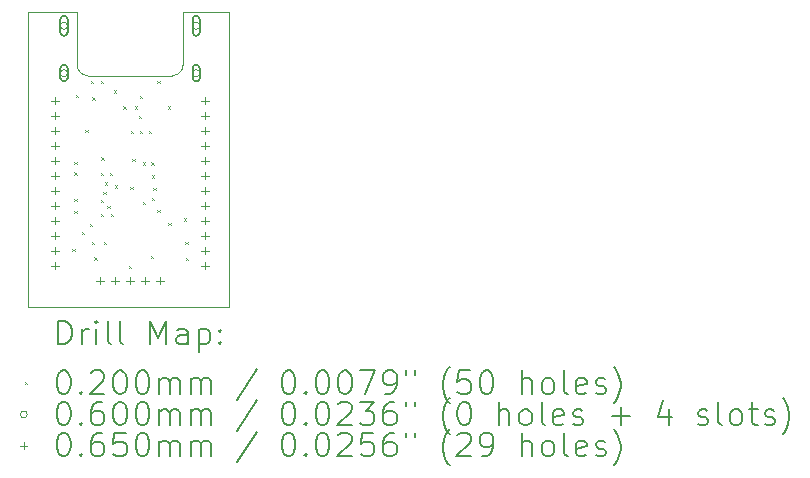
<source format=gbr>
%TF.GenerationSoftware,KiCad,Pcbnew,7.0.6*%
%TF.CreationDate,2023-08-08T22:31:44+02:00*%
%TF.ProjectId,epi_JLC,6570695f-4a4c-4432-9e6b-696361645f70,1_2_0*%
%TF.SameCoordinates,Original*%
%TF.FileFunction,Drillmap*%
%TF.FilePolarity,Positive*%
%FSLAX45Y45*%
G04 Gerber Fmt 4.5, Leading zero omitted, Abs format (unit mm)*
G04 Created by KiCad (PCBNEW 7.0.6) date 2023-08-08 22:31:44*
%MOMM*%
%LPD*%
G01*
G04 APERTURE LIST*
%ADD10C,0.100000*%
%ADD11C,0.010000*%
%ADD12C,0.200000*%
%ADD13C,0.020000*%
%ADD14C,0.060000*%
%ADD15C,0.065000*%
G04 APERTURE END LIST*
D10*
X9562322Y-5140000D02*
X9792322Y-5140000D01*
X9562322Y-7640000D02*
X9562322Y-5140000D01*
X11262322Y-7640000D02*
X9562322Y-7640000D01*
X11262322Y-5140000D02*
X11262322Y-7640000D01*
X11162322Y-5140000D02*
X11262322Y-5140000D01*
X11062322Y-5140000D02*
X11162322Y-5140000D01*
D11*
X10875442Y-5590000D02*
X10875442Y-5140000D01*
X10785442Y-5680000D02*
X10069048Y-5680000D01*
X9979050Y-5590000D02*
G75*
G03*
X10069048Y-5680000I90000J0D01*
G01*
X9979048Y-5590000D02*
X9979048Y-5140000D01*
X10875442Y-5140000D02*
X11062322Y-5140000D01*
X10785442Y-5680002D02*
G75*
G03*
X10875442Y-5590000I-2J90002D01*
G01*
X9792322Y-5140000D02*
X9979048Y-5140000D01*
D12*
D13*
X9939450Y-7145000D02*
X9959450Y-7165000D01*
X9959450Y-7145000D02*
X9939450Y-7165000D01*
X9954553Y-6499763D02*
X9974553Y-6519763D01*
X9974553Y-6499763D02*
X9954553Y-6519763D01*
X9954950Y-6825109D02*
X9974950Y-6845109D01*
X9974950Y-6825109D02*
X9954950Y-6845109D01*
X9955000Y-6724000D02*
X9975000Y-6744000D01*
X9975000Y-6724000D02*
X9955000Y-6744000D01*
X9955442Y-6411000D02*
X9975442Y-6431000D01*
X9975442Y-6411000D02*
X9955442Y-6431000D01*
X9970000Y-5845000D02*
X9990000Y-5865000D01*
X9990000Y-5845000D02*
X9970000Y-5865000D01*
X10016918Y-7002149D02*
X10036918Y-7022149D01*
X10036918Y-7002149D02*
X10016918Y-7022149D01*
X10047550Y-6140000D02*
X10067550Y-6160000D01*
X10067550Y-6140000D02*
X10047550Y-6160000D01*
X10088419Y-6933300D02*
X10108419Y-6953300D01*
X10108419Y-6933300D02*
X10088419Y-6953300D01*
X10097322Y-5724150D02*
X10117322Y-5744150D01*
X10117322Y-5724150D02*
X10097322Y-5744150D01*
X10105000Y-7090000D02*
X10125000Y-7110000D01*
X10125000Y-7090000D02*
X10105000Y-7110000D01*
X10106758Y-5865154D02*
X10126758Y-5885154D01*
X10126758Y-5865154D02*
X10106758Y-5885154D01*
X10125000Y-7220000D02*
X10145000Y-7240000D01*
X10145000Y-7220000D02*
X10125000Y-7240000D01*
X10177322Y-5724150D02*
X10197322Y-5744150D01*
X10197322Y-5724150D02*
X10177322Y-5744150D01*
X10179140Y-6731742D02*
X10199140Y-6751742D01*
X10199140Y-6731742D02*
X10179140Y-6751742D01*
X10181308Y-6848863D02*
X10201308Y-6868863D01*
X10201308Y-6848863D02*
X10181308Y-6868863D01*
X10181514Y-6501450D02*
X10201514Y-6521450D01*
X10201514Y-6501450D02*
X10181514Y-6521450D01*
X10182272Y-6371022D02*
X10202272Y-6391022D01*
X10202272Y-6371022D02*
X10182272Y-6391022D01*
X10200902Y-6662113D02*
X10220902Y-6682113D01*
X10220902Y-6662113D02*
X10200902Y-6682113D01*
X10205550Y-7090000D02*
X10225550Y-7110000D01*
X10225550Y-7090000D02*
X10205550Y-7110000D01*
X10213839Y-6583336D02*
X10233839Y-6603336D01*
X10233839Y-6583336D02*
X10213839Y-6603336D01*
X10234417Y-6783192D02*
X10254417Y-6803192D01*
X10254417Y-6783192D02*
X10234417Y-6803192D01*
X10256450Y-6501450D02*
X10276450Y-6521450D01*
X10276450Y-6501450D02*
X10256450Y-6521450D01*
X10265685Y-6852050D02*
X10285685Y-6872050D01*
X10285685Y-6852050D02*
X10265685Y-6872050D01*
X10292106Y-5805000D02*
X10312106Y-5825000D01*
X10312106Y-5805000D02*
X10292106Y-5825000D01*
X10298712Y-6608569D02*
X10318712Y-6628569D01*
X10318712Y-6608569D02*
X10298712Y-6628569D01*
X10370000Y-5941000D02*
X10390000Y-5961000D01*
X10390000Y-5941000D02*
X10370000Y-5961000D01*
X10415000Y-7288050D02*
X10435000Y-7308050D01*
X10435000Y-7288050D02*
X10415000Y-7308050D01*
X10430000Y-6620000D02*
X10450000Y-6640000D01*
X10450000Y-6620000D02*
X10430000Y-6640000D01*
X10435000Y-6145000D02*
X10455000Y-6165000D01*
X10455000Y-6145000D02*
X10435000Y-6165000D01*
X10445000Y-6385000D02*
X10465000Y-6405000D01*
X10465000Y-6385000D02*
X10445000Y-6405000D01*
X10465000Y-5941000D02*
X10485000Y-5961000D01*
X10485000Y-5941000D02*
X10465000Y-5961000D01*
X10500000Y-6020000D02*
X10520000Y-6040000D01*
X10520000Y-6020000D02*
X10500000Y-6040000D01*
X10510000Y-5850000D02*
X10530000Y-5870000D01*
X10530000Y-5850000D02*
X10510000Y-5870000D01*
X10510000Y-6145000D02*
X10530000Y-6165000D01*
X10530000Y-6145000D02*
X10510000Y-6165000D01*
X10533611Y-6415150D02*
X10553611Y-6435150D01*
X10553611Y-6415150D02*
X10533611Y-6435150D01*
X10536070Y-6748353D02*
X10556070Y-6768353D01*
X10556070Y-6748353D02*
X10536070Y-6768353D01*
X10584950Y-6145000D02*
X10604950Y-6165000D01*
X10604950Y-6145000D02*
X10584950Y-6165000D01*
X10605000Y-7205000D02*
X10625000Y-7225000D01*
X10625000Y-7205000D02*
X10605000Y-7225000D01*
X10606554Y-6414104D02*
X10626554Y-6434104D01*
X10626554Y-6414104D02*
X10606554Y-6434104D01*
X10610000Y-6525550D02*
X10630000Y-6545550D01*
X10630000Y-6525550D02*
X10610000Y-6545550D01*
X10612822Y-6713550D02*
X10632822Y-6733550D01*
X10632822Y-6713550D02*
X10612822Y-6733550D01*
X10622450Y-6632400D02*
X10642450Y-6652400D01*
X10642450Y-6632400D02*
X10622450Y-6652400D01*
X10657322Y-5724150D02*
X10677322Y-5744150D01*
X10677322Y-5724150D02*
X10657322Y-5744150D01*
X10657436Y-6815000D02*
X10677436Y-6835000D01*
X10677436Y-6815000D02*
X10657436Y-6835000D01*
X10746322Y-5941000D02*
X10766322Y-5961000D01*
X10766322Y-5941000D02*
X10746322Y-5961000D01*
X10750000Y-6925000D02*
X10770000Y-6945000D01*
X10770000Y-6925000D02*
X10750000Y-6945000D01*
X10882372Y-6890000D02*
X10902372Y-6910000D01*
X10902372Y-6890000D02*
X10882372Y-6910000D01*
X10894965Y-7090035D02*
X10914965Y-7110035D01*
X10914965Y-7090035D02*
X10894965Y-7110035D01*
X10900000Y-7225000D02*
X10920000Y-7245000D01*
X10920000Y-7225000D02*
X10900000Y-7245000D01*
D14*
X9897322Y-5259150D02*
G75*
G03*
X9897322Y-5259150I-30000J0D01*
G01*
D12*
X9837322Y-5204150D02*
X9837322Y-5314150D01*
X9837322Y-5314150D02*
G75*
G03*
X9897322Y-5314150I30000J0D01*
G01*
X9897322Y-5314150D02*
X9897322Y-5204150D01*
X9897322Y-5204150D02*
G75*
G03*
X9837322Y-5204150I-30000J0D01*
G01*
D14*
X9897322Y-5659150D02*
G75*
G03*
X9897322Y-5659150I-30000J0D01*
G01*
D12*
X9837322Y-5619150D02*
X9837322Y-5699150D01*
X9837322Y-5699150D02*
G75*
G03*
X9897322Y-5699150I30000J0D01*
G01*
X9897322Y-5699150D02*
X9897322Y-5619150D01*
X9897322Y-5619150D02*
G75*
G03*
X9837322Y-5619150I-30000J0D01*
G01*
D14*
X11017322Y-5259150D02*
G75*
G03*
X11017322Y-5259150I-30000J0D01*
G01*
D12*
X10957322Y-5204150D02*
X10957322Y-5314150D01*
X10957322Y-5314150D02*
G75*
G03*
X11017322Y-5314150I30000J0D01*
G01*
X11017322Y-5314150D02*
X11017322Y-5204150D01*
X11017322Y-5204150D02*
G75*
G03*
X10957322Y-5204150I-30000J0D01*
G01*
D14*
X11017322Y-5659150D02*
G75*
G03*
X11017322Y-5659150I-30000J0D01*
G01*
D12*
X10957322Y-5619150D02*
X10957322Y-5699150D01*
X10957322Y-5699150D02*
G75*
G03*
X11017322Y-5699150I30000J0D01*
G01*
X11017322Y-5699150D02*
X11017322Y-5619150D01*
X11017322Y-5619150D02*
G75*
G03*
X10957322Y-5619150I-30000J0D01*
G01*
D15*
X9792322Y-5859500D02*
X9792322Y-5924500D01*
X9759822Y-5892000D02*
X9824822Y-5892000D01*
X9792322Y-5986500D02*
X9792322Y-6051500D01*
X9759822Y-6019000D02*
X9824822Y-6019000D01*
X9792322Y-6113500D02*
X9792322Y-6178500D01*
X9759822Y-6146000D02*
X9824822Y-6146000D01*
X9792322Y-6240500D02*
X9792322Y-6305500D01*
X9759822Y-6273000D02*
X9824822Y-6273000D01*
X9792322Y-6367500D02*
X9792322Y-6432500D01*
X9759822Y-6400000D02*
X9824822Y-6400000D01*
X9792322Y-6494500D02*
X9792322Y-6559500D01*
X9759822Y-6527000D02*
X9824822Y-6527000D01*
X9792322Y-6621500D02*
X9792322Y-6686500D01*
X9759822Y-6654000D02*
X9824822Y-6654000D01*
X9792322Y-6748500D02*
X9792322Y-6813500D01*
X9759822Y-6781000D02*
X9824822Y-6781000D01*
X9792322Y-6875500D02*
X9792322Y-6940500D01*
X9759822Y-6908000D02*
X9824822Y-6908000D01*
X9792322Y-7002500D02*
X9792322Y-7067500D01*
X9759822Y-7035000D02*
X9824822Y-7035000D01*
X9792322Y-7129500D02*
X9792322Y-7194500D01*
X9759822Y-7162000D02*
X9824822Y-7162000D01*
X9792322Y-7256500D02*
X9792322Y-7321500D01*
X9759822Y-7289000D02*
X9824822Y-7289000D01*
X10173322Y-7383500D02*
X10173322Y-7448500D01*
X10140822Y-7416000D02*
X10205822Y-7416000D01*
X10300322Y-7383500D02*
X10300322Y-7448500D01*
X10267822Y-7416000D02*
X10332822Y-7416000D01*
X10427322Y-7383500D02*
X10427322Y-7448500D01*
X10394822Y-7416000D02*
X10459822Y-7416000D01*
X10554322Y-7383500D02*
X10554322Y-7448500D01*
X10521822Y-7416000D02*
X10586822Y-7416000D01*
X10681322Y-7383500D02*
X10681322Y-7448500D01*
X10648822Y-7416000D02*
X10713822Y-7416000D01*
X11062322Y-5859500D02*
X11062322Y-5924500D01*
X11029822Y-5892000D02*
X11094822Y-5892000D01*
X11062322Y-5986500D02*
X11062322Y-6051500D01*
X11029822Y-6019000D02*
X11094822Y-6019000D01*
X11062322Y-6113500D02*
X11062322Y-6178500D01*
X11029822Y-6146000D02*
X11094822Y-6146000D01*
X11062322Y-6240500D02*
X11062322Y-6305500D01*
X11029822Y-6273000D02*
X11094822Y-6273000D01*
X11062322Y-6367500D02*
X11062322Y-6432500D01*
X11029822Y-6400000D02*
X11094822Y-6400000D01*
X11062322Y-6494500D02*
X11062322Y-6559500D01*
X11029822Y-6527000D02*
X11094822Y-6527000D01*
X11062322Y-6621500D02*
X11062322Y-6686500D01*
X11029822Y-6654000D02*
X11094822Y-6654000D01*
X11062322Y-6748500D02*
X11062322Y-6813500D01*
X11029822Y-6781000D02*
X11094822Y-6781000D01*
X11062322Y-6875500D02*
X11062322Y-6940500D01*
X11029822Y-6908000D02*
X11094822Y-6908000D01*
X11062322Y-7002500D02*
X11062322Y-7067500D01*
X11029822Y-7035000D02*
X11094822Y-7035000D01*
X11062322Y-7129500D02*
X11062322Y-7194500D01*
X11029822Y-7162000D02*
X11094822Y-7162000D01*
X11062322Y-7256500D02*
X11062322Y-7321500D01*
X11029822Y-7289000D02*
X11094822Y-7289000D01*
D12*
X9818099Y-7956484D02*
X9818099Y-7756484D01*
X9818099Y-7756484D02*
X9865718Y-7756484D01*
X9865718Y-7756484D02*
X9894289Y-7766008D01*
X9894289Y-7766008D02*
X9913337Y-7785055D01*
X9913337Y-7785055D02*
X9922861Y-7804103D01*
X9922861Y-7804103D02*
X9932385Y-7842198D01*
X9932385Y-7842198D02*
X9932385Y-7870769D01*
X9932385Y-7870769D02*
X9922861Y-7908865D01*
X9922861Y-7908865D02*
X9913337Y-7927912D01*
X9913337Y-7927912D02*
X9894289Y-7946960D01*
X9894289Y-7946960D02*
X9865718Y-7956484D01*
X9865718Y-7956484D02*
X9818099Y-7956484D01*
X10018099Y-7956484D02*
X10018099Y-7823150D01*
X10018099Y-7861246D02*
X10027623Y-7842198D01*
X10027623Y-7842198D02*
X10037146Y-7832674D01*
X10037146Y-7832674D02*
X10056194Y-7823150D01*
X10056194Y-7823150D02*
X10075242Y-7823150D01*
X10141908Y-7956484D02*
X10141908Y-7823150D01*
X10141908Y-7756484D02*
X10132385Y-7766008D01*
X10132385Y-7766008D02*
X10141908Y-7775531D01*
X10141908Y-7775531D02*
X10151432Y-7766008D01*
X10151432Y-7766008D02*
X10141908Y-7756484D01*
X10141908Y-7756484D02*
X10141908Y-7775531D01*
X10265718Y-7956484D02*
X10246670Y-7946960D01*
X10246670Y-7946960D02*
X10237146Y-7927912D01*
X10237146Y-7927912D02*
X10237146Y-7756484D01*
X10370480Y-7956484D02*
X10351432Y-7946960D01*
X10351432Y-7946960D02*
X10341908Y-7927912D01*
X10341908Y-7927912D02*
X10341908Y-7756484D01*
X10599051Y-7956484D02*
X10599051Y-7756484D01*
X10599051Y-7756484D02*
X10665718Y-7899341D01*
X10665718Y-7899341D02*
X10732385Y-7756484D01*
X10732385Y-7756484D02*
X10732385Y-7956484D01*
X10913337Y-7956484D02*
X10913337Y-7851722D01*
X10913337Y-7851722D02*
X10903813Y-7832674D01*
X10903813Y-7832674D02*
X10884766Y-7823150D01*
X10884766Y-7823150D02*
X10846670Y-7823150D01*
X10846670Y-7823150D02*
X10827623Y-7832674D01*
X10913337Y-7946960D02*
X10894289Y-7956484D01*
X10894289Y-7956484D02*
X10846670Y-7956484D01*
X10846670Y-7956484D02*
X10827623Y-7946960D01*
X10827623Y-7946960D02*
X10818099Y-7927912D01*
X10818099Y-7927912D02*
X10818099Y-7908865D01*
X10818099Y-7908865D02*
X10827623Y-7889817D01*
X10827623Y-7889817D02*
X10846670Y-7880293D01*
X10846670Y-7880293D02*
X10894289Y-7880293D01*
X10894289Y-7880293D02*
X10913337Y-7870769D01*
X11008575Y-7823150D02*
X11008575Y-8023150D01*
X11008575Y-7832674D02*
X11027623Y-7823150D01*
X11027623Y-7823150D02*
X11065718Y-7823150D01*
X11065718Y-7823150D02*
X11084766Y-7832674D01*
X11084766Y-7832674D02*
X11094289Y-7842198D01*
X11094289Y-7842198D02*
X11103813Y-7861246D01*
X11103813Y-7861246D02*
X11103813Y-7918388D01*
X11103813Y-7918388D02*
X11094289Y-7937436D01*
X11094289Y-7937436D02*
X11084766Y-7946960D01*
X11084766Y-7946960D02*
X11065718Y-7956484D01*
X11065718Y-7956484D02*
X11027623Y-7956484D01*
X11027623Y-7956484D02*
X11008575Y-7946960D01*
X11189527Y-7937436D02*
X11199051Y-7946960D01*
X11199051Y-7946960D02*
X11189527Y-7956484D01*
X11189527Y-7956484D02*
X11180004Y-7946960D01*
X11180004Y-7946960D02*
X11189527Y-7937436D01*
X11189527Y-7937436D02*
X11189527Y-7956484D01*
X11189527Y-7832674D02*
X11199051Y-7842198D01*
X11199051Y-7842198D02*
X11189527Y-7851722D01*
X11189527Y-7851722D02*
X11180004Y-7842198D01*
X11180004Y-7842198D02*
X11189527Y-7832674D01*
X11189527Y-7832674D02*
X11189527Y-7851722D01*
D13*
X9537322Y-8275000D02*
X9557322Y-8295000D01*
X9557322Y-8275000D02*
X9537322Y-8295000D01*
D12*
X9856194Y-8176484D02*
X9875242Y-8176484D01*
X9875242Y-8176484D02*
X9894289Y-8186008D01*
X9894289Y-8186008D02*
X9903813Y-8195531D01*
X9903813Y-8195531D02*
X9913337Y-8214579D01*
X9913337Y-8214579D02*
X9922861Y-8252674D01*
X9922861Y-8252674D02*
X9922861Y-8300293D01*
X9922861Y-8300293D02*
X9913337Y-8338388D01*
X9913337Y-8338388D02*
X9903813Y-8357436D01*
X9903813Y-8357436D02*
X9894289Y-8366960D01*
X9894289Y-8366960D02*
X9875242Y-8376484D01*
X9875242Y-8376484D02*
X9856194Y-8376484D01*
X9856194Y-8376484D02*
X9837146Y-8366960D01*
X9837146Y-8366960D02*
X9827623Y-8357436D01*
X9827623Y-8357436D02*
X9818099Y-8338388D01*
X9818099Y-8338388D02*
X9808575Y-8300293D01*
X9808575Y-8300293D02*
X9808575Y-8252674D01*
X9808575Y-8252674D02*
X9818099Y-8214579D01*
X9818099Y-8214579D02*
X9827623Y-8195531D01*
X9827623Y-8195531D02*
X9837146Y-8186008D01*
X9837146Y-8186008D02*
X9856194Y-8176484D01*
X10008575Y-8357436D02*
X10018099Y-8366960D01*
X10018099Y-8366960D02*
X10008575Y-8376484D01*
X10008575Y-8376484D02*
X9999051Y-8366960D01*
X9999051Y-8366960D02*
X10008575Y-8357436D01*
X10008575Y-8357436D02*
X10008575Y-8376484D01*
X10094289Y-8195531D02*
X10103813Y-8186008D01*
X10103813Y-8186008D02*
X10122861Y-8176484D01*
X10122861Y-8176484D02*
X10170480Y-8176484D01*
X10170480Y-8176484D02*
X10189527Y-8186008D01*
X10189527Y-8186008D02*
X10199051Y-8195531D01*
X10199051Y-8195531D02*
X10208575Y-8214579D01*
X10208575Y-8214579D02*
X10208575Y-8233627D01*
X10208575Y-8233627D02*
X10199051Y-8262198D01*
X10199051Y-8262198D02*
X10084766Y-8376484D01*
X10084766Y-8376484D02*
X10208575Y-8376484D01*
X10332385Y-8176484D02*
X10351432Y-8176484D01*
X10351432Y-8176484D02*
X10370480Y-8186008D01*
X10370480Y-8186008D02*
X10380004Y-8195531D01*
X10380004Y-8195531D02*
X10389527Y-8214579D01*
X10389527Y-8214579D02*
X10399051Y-8252674D01*
X10399051Y-8252674D02*
X10399051Y-8300293D01*
X10399051Y-8300293D02*
X10389527Y-8338388D01*
X10389527Y-8338388D02*
X10380004Y-8357436D01*
X10380004Y-8357436D02*
X10370480Y-8366960D01*
X10370480Y-8366960D02*
X10351432Y-8376484D01*
X10351432Y-8376484D02*
X10332385Y-8376484D01*
X10332385Y-8376484D02*
X10313337Y-8366960D01*
X10313337Y-8366960D02*
X10303813Y-8357436D01*
X10303813Y-8357436D02*
X10294289Y-8338388D01*
X10294289Y-8338388D02*
X10284766Y-8300293D01*
X10284766Y-8300293D02*
X10284766Y-8252674D01*
X10284766Y-8252674D02*
X10294289Y-8214579D01*
X10294289Y-8214579D02*
X10303813Y-8195531D01*
X10303813Y-8195531D02*
X10313337Y-8186008D01*
X10313337Y-8186008D02*
X10332385Y-8176484D01*
X10522861Y-8176484D02*
X10541908Y-8176484D01*
X10541908Y-8176484D02*
X10560956Y-8186008D01*
X10560956Y-8186008D02*
X10570480Y-8195531D01*
X10570480Y-8195531D02*
X10580004Y-8214579D01*
X10580004Y-8214579D02*
X10589527Y-8252674D01*
X10589527Y-8252674D02*
X10589527Y-8300293D01*
X10589527Y-8300293D02*
X10580004Y-8338388D01*
X10580004Y-8338388D02*
X10570480Y-8357436D01*
X10570480Y-8357436D02*
X10560956Y-8366960D01*
X10560956Y-8366960D02*
X10541908Y-8376484D01*
X10541908Y-8376484D02*
X10522861Y-8376484D01*
X10522861Y-8376484D02*
X10503813Y-8366960D01*
X10503813Y-8366960D02*
X10494289Y-8357436D01*
X10494289Y-8357436D02*
X10484766Y-8338388D01*
X10484766Y-8338388D02*
X10475242Y-8300293D01*
X10475242Y-8300293D02*
X10475242Y-8252674D01*
X10475242Y-8252674D02*
X10484766Y-8214579D01*
X10484766Y-8214579D02*
X10494289Y-8195531D01*
X10494289Y-8195531D02*
X10503813Y-8186008D01*
X10503813Y-8186008D02*
X10522861Y-8176484D01*
X10675242Y-8376484D02*
X10675242Y-8243150D01*
X10675242Y-8262198D02*
X10684766Y-8252674D01*
X10684766Y-8252674D02*
X10703813Y-8243150D01*
X10703813Y-8243150D02*
X10732385Y-8243150D01*
X10732385Y-8243150D02*
X10751432Y-8252674D01*
X10751432Y-8252674D02*
X10760956Y-8271722D01*
X10760956Y-8271722D02*
X10760956Y-8376484D01*
X10760956Y-8271722D02*
X10770480Y-8252674D01*
X10770480Y-8252674D02*
X10789527Y-8243150D01*
X10789527Y-8243150D02*
X10818099Y-8243150D01*
X10818099Y-8243150D02*
X10837147Y-8252674D01*
X10837147Y-8252674D02*
X10846670Y-8271722D01*
X10846670Y-8271722D02*
X10846670Y-8376484D01*
X10941908Y-8376484D02*
X10941908Y-8243150D01*
X10941908Y-8262198D02*
X10951432Y-8252674D01*
X10951432Y-8252674D02*
X10970480Y-8243150D01*
X10970480Y-8243150D02*
X10999051Y-8243150D01*
X10999051Y-8243150D02*
X11018099Y-8252674D01*
X11018099Y-8252674D02*
X11027623Y-8271722D01*
X11027623Y-8271722D02*
X11027623Y-8376484D01*
X11027623Y-8271722D02*
X11037147Y-8252674D01*
X11037147Y-8252674D02*
X11056194Y-8243150D01*
X11056194Y-8243150D02*
X11084766Y-8243150D01*
X11084766Y-8243150D02*
X11103813Y-8252674D01*
X11103813Y-8252674D02*
X11113337Y-8271722D01*
X11113337Y-8271722D02*
X11113337Y-8376484D01*
X11503813Y-8166960D02*
X11332385Y-8424103D01*
X11760956Y-8176484D02*
X11780004Y-8176484D01*
X11780004Y-8176484D02*
X11799051Y-8186008D01*
X11799051Y-8186008D02*
X11808575Y-8195531D01*
X11808575Y-8195531D02*
X11818099Y-8214579D01*
X11818099Y-8214579D02*
X11827623Y-8252674D01*
X11827623Y-8252674D02*
X11827623Y-8300293D01*
X11827623Y-8300293D02*
X11818099Y-8338388D01*
X11818099Y-8338388D02*
X11808575Y-8357436D01*
X11808575Y-8357436D02*
X11799051Y-8366960D01*
X11799051Y-8366960D02*
X11780004Y-8376484D01*
X11780004Y-8376484D02*
X11760956Y-8376484D01*
X11760956Y-8376484D02*
X11741908Y-8366960D01*
X11741908Y-8366960D02*
X11732385Y-8357436D01*
X11732385Y-8357436D02*
X11722861Y-8338388D01*
X11722861Y-8338388D02*
X11713337Y-8300293D01*
X11713337Y-8300293D02*
X11713337Y-8252674D01*
X11713337Y-8252674D02*
X11722861Y-8214579D01*
X11722861Y-8214579D02*
X11732385Y-8195531D01*
X11732385Y-8195531D02*
X11741908Y-8186008D01*
X11741908Y-8186008D02*
X11760956Y-8176484D01*
X11913337Y-8357436D02*
X11922861Y-8366960D01*
X11922861Y-8366960D02*
X11913337Y-8376484D01*
X11913337Y-8376484D02*
X11903813Y-8366960D01*
X11903813Y-8366960D02*
X11913337Y-8357436D01*
X11913337Y-8357436D02*
X11913337Y-8376484D01*
X12046670Y-8176484D02*
X12065718Y-8176484D01*
X12065718Y-8176484D02*
X12084766Y-8186008D01*
X12084766Y-8186008D02*
X12094289Y-8195531D01*
X12094289Y-8195531D02*
X12103813Y-8214579D01*
X12103813Y-8214579D02*
X12113337Y-8252674D01*
X12113337Y-8252674D02*
X12113337Y-8300293D01*
X12113337Y-8300293D02*
X12103813Y-8338388D01*
X12103813Y-8338388D02*
X12094289Y-8357436D01*
X12094289Y-8357436D02*
X12084766Y-8366960D01*
X12084766Y-8366960D02*
X12065718Y-8376484D01*
X12065718Y-8376484D02*
X12046670Y-8376484D01*
X12046670Y-8376484D02*
X12027623Y-8366960D01*
X12027623Y-8366960D02*
X12018099Y-8357436D01*
X12018099Y-8357436D02*
X12008575Y-8338388D01*
X12008575Y-8338388D02*
X11999051Y-8300293D01*
X11999051Y-8300293D02*
X11999051Y-8252674D01*
X11999051Y-8252674D02*
X12008575Y-8214579D01*
X12008575Y-8214579D02*
X12018099Y-8195531D01*
X12018099Y-8195531D02*
X12027623Y-8186008D01*
X12027623Y-8186008D02*
X12046670Y-8176484D01*
X12237147Y-8176484D02*
X12256194Y-8176484D01*
X12256194Y-8176484D02*
X12275242Y-8186008D01*
X12275242Y-8186008D02*
X12284766Y-8195531D01*
X12284766Y-8195531D02*
X12294289Y-8214579D01*
X12294289Y-8214579D02*
X12303813Y-8252674D01*
X12303813Y-8252674D02*
X12303813Y-8300293D01*
X12303813Y-8300293D02*
X12294289Y-8338388D01*
X12294289Y-8338388D02*
X12284766Y-8357436D01*
X12284766Y-8357436D02*
X12275242Y-8366960D01*
X12275242Y-8366960D02*
X12256194Y-8376484D01*
X12256194Y-8376484D02*
X12237147Y-8376484D01*
X12237147Y-8376484D02*
X12218099Y-8366960D01*
X12218099Y-8366960D02*
X12208575Y-8357436D01*
X12208575Y-8357436D02*
X12199051Y-8338388D01*
X12199051Y-8338388D02*
X12189528Y-8300293D01*
X12189528Y-8300293D02*
X12189528Y-8252674D01*
X12189528Y-8252674D02*
X12199051Y-8214579D01*
X12199051Y-8214579D02*
X12208575Y-8195531D01*
X12208575Y-8195531D02*
X12218099Y-8186008D01*
X12218099Y-8186008D02*
X12237147Y-8176484D01*
X12370480Y-8176484D02*
X12503813Y-8176484D01*
X12503813Y-8176484D02*
X12418099Y-8376484D01*
X12589528Y-8376484D02*
X12627623Y-8376484D01*
X12627623Y-8376484D02*
X12646670Y-8366960D01*
X12646670Y-8366960D02*
X12656194Y-8357436D01*
X12656194Y-8357436D02*
X12675242Y-8328865D01*
X12675242Y-8328865D02*
X12684766Y-8290769D01*
X12684766Y-8290769D02*
X12684766Y-8214579D01*
X12684766Y-8214579D02*
X12675242Y-8195531D01*
X12675242Y-8195531D02*
X12665718Y-8186008D01*
X12665718Y-8186008D02*
X12646670Y-8176484D01*
X12646670Y-8176484D02*
X12608575Y-8176484D01*
X12608575Y-8176484D02*
X12589528Y-8186008D01*
X12589528Y-8186008D02*
X12580004Y-8195531D01*
X12580004Y-8195531D02*
X12570480Y-8214579D01*
X12570480Y-8214579D02*
X12570480Y-8262198D01*
X12570480Y-8262198D02*
X12580004Y-8281246D01*
X12580004Y-8281246D02*
X12589528Y-8290769D01*
X12589528Y-8290769D02*
X12608575Y-8300293D01*
X12608575Y-8300293D02*
X12646670Y-8300293D01*
X12646670Y-8300293D02*
X12665718Y-8290769D01*
X12665718Y-8290769D02*
X12675242Y-8281246D01*
X12675242Y-8281246D02*
X12684766Y-8262198D01*
X12760956Y-8176484D02*
X12760956Y-8214579D01*
X12837147Y-8176484D02*
X12837147Y-8214579D01*
X13132385Y-8452674D02*
X13122861Y-8443150D01*
X13122861Y-8443150D02*
X13103813Y-8414579D01*
X13103813Y-8414579D02*
X13094290Y-8395531D01*
X13094290Y-8395531D02*
X13084766Y-8366960D01*
X13084766Y-8366960D02*
X13075242Y-8319341D01*
X13075242Y-8319341D02*
X13075242Y-8281246D01*
X13075242Y-8281246D02*
X13084766Y-8233627D01*
X13084766Y-8233627D02*
X13094290Y-8205055D01*
X13094290Y-8205055D02*
X13103813Y-8186008D01*
X13103813Y-8186008D02*
X13122861Y-8157436D01*
X13122861Y-8157436D02*
X13132385Y-8147912D01*
X13303813Y-8176484D02*
X13208575Y-8176484D01*
X13208575Y-8176484D02*
X13199051Y-8271722D01*
X13199051Y-8271722D02*
X13208575Y-8262198D01*
X13208575Y-8262198D02*
X13227623Y-8252674D01*
X13227623Y-8252674D02*
X13275242Y-8252674D01*
X13275242Y-8252674D02*
X13294290Y-8262198D01*
X13294290Y-8262198D02*
X13303813Y-8271722D01*
X13303813Y-8271722D02*
X13313337Y-8290769D01*
X13313337Y-8290769D02*
X13313337Y-8338388D01*
X13313337Y-8338388D02*
X13303813Y-8357436D01*
X13303813Y-8357436D02*
X13294290Y-8366960D01*
X13294290Y-8366960D02*
X13275242Y-8376484D01*
X13275242Y-8376484D02*
X13227623Y-8376484D01*
X13227623Y-8376484D02*
X13208575Y-8366960D01*
X13208575Y-8366960D02*
X13199051Y-8357436D01*
X13437147Y-8176484D02*
X13456194Y-8176484D01*
X13456194Y-8176484D02*
X13475242Y-8186008D01*
X13475242Y-8186008D02*
X13484766Y-8195531D01*
X13484766Y-8195531D02*
X13494290Y-8214579D01*
X13494290Y-8214579D02*
X13503813Y-8252674D01*
X13503813Y-8252674D02*
X13503813Y-8300293D01*
X13503813Y-8300293D02*
X13494290Y-8338388D01*
X13494290Y-8338388D02*
X13484766Y-8357436D01*
X13484766Y-8357436D02*
X13475242Y-8366960D01*
X13475242Y-8366960D02*
X13456194Y-8376484D01*
X13456194Y-8376484D02*
X13437147Y-8376484D01*
X13437147Y-8376484D02*
X13418099Y-8366960D01*
X13418099Y-8366960D02*
X13408575Y-8357436D01*
X13408575Y-8357436D02*
X13399051Y-8338388D01*
X13399051Y-8338388D02*
X13389528Y-8300293D01*
X13389528Y-8300293D02*
X13389528Y-8252674D01*
X13389528Y-8252674D02*
X13399051Y-8214579D01*
X13399051Y-8214579D02*
X13408575Y-8195531D01*
X13408575Y-8195531D02*
X13418099Y-8186008D01*
X13418099Y-8186008D02*
X13437147Y-8176484D01*
X13741909Y-8376484D02*
X13741909Y-8176484D01*
X13827623Y-8376484D02*
X13827623Y-8271722D01*
X13827623Y-8271722D02*
X13818099Y-8252674D01*
X13818099Y-8252674D02*
X13799052Y-8243150D01*
X13799052Y-8243150D02*
X13770480Y-8243150D01*
X13770480Y-8243150D02*
X13751432Y-8252674D01*
X13751432Y-8252674D02*
X13741909Y-8262198D01*
X13951432Y-8376484D02*
X13932385Y-8366960D01*
X13932385Y-8366960D02*
X13922861Y-8357436D01*
X13922861Y-8357436D02*
X13913337Y-8338388D01*
X13913337Y-8338388D02*
X13913337Y-8281246D01*
X13913337Y-8281246D02*
X13922861Y-8262198D01*
X13922861Y-8262198D02*
X13932385Y-8252674D01*
X13932385Y-8252674D02*
X13951432Y-8243150D01*
X13951432Y-8243150D02*
X13980004Y-8243150D01*
X13980004Y-8243150D02*
X13999052Y-8252674D01*
X13999052Y-8252674D02*
X14008575Y-8262198D01*
X14008575Y-8262198D02*
X14018099Y-8281246D01*
X14018099Y-8281246D02*
X14018099Y-8338388D01*
X14018099Y-8338388D02*
X14008575Y-8357436D01*
X14008575Y-8357436D02*
X13999052Y-8366960D01*
X13999052Y-8366960D02*
X13980004Y-8376484D01*
X13980004Y-8376484D02*
X13951432Y-8376484D01*
X14132385Y-8376484D02*
X14113337Y-8366960D01*
X14113337Y-8366960D02*
X14103813Y-8347912D01*
X14103813Y-8347912D02*
X14103813Y-8176484D01*
X14284766Y-8366960D02*
X14265718Y-8376484D01*
X14265718Y-8376484D02*
X14227623Y-8376484D01*
X14227623Y-8376484D02*
X14208575Y-8366960D01*
X14208575Y-8366960D02*
X14199052Y-8347912D01*
X14199052Y-8347912D02*
X14199052Y-8271722D01*
X14199052Y-8271722D02*
X14208575Y-8252674D01*
X14208575Y-8252674D02*
X14227623Y-8243150D01*
X14227623Y-8243150D02*
X14265718Y-8243150D01*
X14265718Y-8243150D02*
X14284766Y-8252674D01*
X14284766Y-8252674D02*
X14294290Y-8271722D01*
X14294290Y-8271722D02*
X14294290Y-8290769D01*
X14294290Y-8290769D02*
X14199052Y-8309817D01*
X14370480Y-8366960D02*
X14389528Y-8376484D01*
X14389528Y-8376484D02*
X14427623Y-8376484D01*
X14427623Y-8376484D02*
X14446671Y-8366960D01*
X14446671Y-8366960D02*
X14456194Y-8347912D01*
X14456194Y-8347912D02*
X14456194Y-8338388D01*
X14456194Y-8338388D02*
X14446671Y-8319341D01*
X14446671Y-8319341D02*
X14427623Y-8309817D01*
X14427623Y-8309817D02*
X14399052Y-8309817D01*
X14399052Y-8309817D02*
X14380004Y-8300293D01*
X14380004Y-8300293D02*
X14370480Y-8281246D01*
X14370480Y-8281246D02*
X14370480Y-8271722D01*
X14370480Y-8271722D02*
X14380004Y-8252674D01*
X14380004Y-8252674D02*
X14399052Y-8243150D01*
X14399052Y-8243150D02*
X14427623Y-8243150D01*
X14427623Y-8243150D02*
X14446671Y-8252674D01*
X14522861Y-8452674D02*
X14532385Y-8443150D01*
X14532385Y-8443150D02*
X14551433Y-8414579D01*
X14551433Y-8414579D02*
X14560956Y-8395531D01*
X14560956Y-8395531D02*
X14570480Y-8366960D01*
X14570480Y-8366960D02*
X14580004Y-8319341D01*
X14580004Y-8319341D02*
X14580004Y-8281246D01*
X14580004Y-8281246D02*
X14570480Y-8233627D01*
X14570480Y-8233627D02*
X14560956Y-8205055D01*
X14560956Y-8205055D02*
X14551433Y-8186008D01*
X14551433Y-8186008D02*
X14532385Y-8157436D01*
X14532385Y-8157436D02*
X14522861Y-8147912D01*
D14*
X9557322Y-8549000D02*
G75*
G03*
X9557322Y-8549000I-30000J0D01*
G01*
D12*
X9856194Y-8440484D02*
X9875242Y-8440484D01*
X9875242Y-8440484D02*
X9894289Y-8450008D01*
X9894289Y-8450008D02*
X9903813Y-8459531D01*
X9903813Y-8459531D02*
X9913337Y-8478579D01*
X9913337Y-8478579D02*
X9922861Y-8516674D01*
X9922861Y-8516674D02*
X9922861Y-8564293D01*
X9922861Y-8564293D02*
X9913337Y-8602389D01*
X9913337Y-8602389D02*
X9903813Y-8621436D01*
X9903813Y-8621436D02*
X9894289Y-8630960D01*
X9894289Y-8630960D02*
X9875242Y-8640484D01*
X9875242Y-8640484D02*
X9856194Y-8640484D01*
X9856194Y-8640484D02*
X9837146Y-8630960D01*
X9837146Y-8630960D02*
X9827623Y-8621436D01*
X9827623Y-8621436D02*
X9818099Y-8602389D01*
X9818099Y-8602389D02*
X9808575Y-8564293D01*
X9808575Y-8564293D02*
X9808575Y-8516674D01*
X9808575Y-8516674D02*
X9818099Y-8478579D01*
X9818099Y-8478579D02*
X9827623Y-8459531D01*
X9827623Y-8459531D02*
X9837146Y-8450008D01*
X9837146Y-8450008D02*
X9856194Y-8440484D01*
X10008575Y-8621436D02*
X10018099Y-8630960D01*
X10018099Y-8630960D02*
X10008575Y-8640484D01*
X10008575Y-8640484D02*
X9999051Y-8630960D01*
X9999051Y-8630960D02*
X10008575Y-8621436D01*
X10008575Y-8621436D02*
X10008575Y-8640484D01*
X10189527Y-8440484D02*
X10151432Y-8440484D01*
X10151432Y-8440484D02*
X10132385Y-8450008D01*
X10132385Y-8450008D02*
X10122861Y-8459531D01*
X10122861Y-8459531D02*
X10103813Y-8488103D01*
X10103813Y-8488103D02*
X10094289Y-8526198D01*
X10094289Y-8526198D02*
X10094289Y-8602389D01*
X10094289Y-8602389D02*
X10103813Y-8621436D01*
X10103813Y-8621436D02*
X10113337Y-8630960D01*
X10113337Y-8630960D02*
X10132385Y-8640484D01*
X10132385Y-8640484D02*
X10170480Y-8640484D01*
X10170480Y-8640484D02*
X10189527Y-8630960D01*
X10189527Y-8630960D02*
X10199051Y-8621436D01*
X10199051Y-8621436D02*
X10208575Y-8602389D01*
X10208575Y-8602389D02*
X10208575Y-8554770D01*
X10208575Y-8554770D02*
X10199051Y-8535722D01*
X10199051Y-8535722D02*
X10189527Y-8526198D01*
X10189527Y-8526198D02*
X10170480Y-8516674D01*
X10170480Y-8516674D02*
X10132385Y-8516674D01*
X10132385Y-8516674D02*
X10113337Y-8526198D01*
X10113337Y-8526198D02*
X10103813Y-8535722D01*
X10103813Y-8535722D02*
X10094289Y-8554770D01*
X10332385Y-8440484D02*
X10351432Y-8440484D01*
X10351432Y-8440484D02*
X10370480Y-8450008D01*
X10370480Y-8450008D02*
X10380004Y-8459531D01*
X10380004Y-8459531D02*
X10389527Y-8478579D01*
X10389527Y-8478579D02*
X10399051Y-8516674D01*
X10399051Y-8516674D02*
X10399051Y-8564293D01*
X10399051Y-8564293D02*
X10389527Y-8602389D01*
X10389527Y-8602389D02*
X10380004Y-8621436D01*
X10380004Y-8621436D02*
X10370480Y-8630960D01*
X10370480Y-8630960D02*
X10351432Y-8640484D01*
X10351432Y-8640484D02*
X10332385Y-8640484D01*
X10332385Y-8640484D02*
X10313337Y-8630960D01*
X10313337Y-8630960D02*
X10303813Y-8621436D01*
X10303813Y-8621436D02*
X10294289Y-8602389D01*
X10294289Y-8602389D02*
X10284766Y-8564293D01*
X10284766Y-8564293D02*
X10284766Y-8516674D01*
X10284766Y-8516674D02*
X10294289Y-8478579D01*
X10294289Y-8478579D02*
X10303813Y-8459531D01*
X10303813Y-8459531D02*
X10313337Y-8450008D01*
X10313337Y-8450008D02*
X10332385Y-8440484D01*
X10522861Y-8440484D02*
X10541908Y-8440484D01*
X10541908Y-8440484D02*
X10560956Y-8450008D01*
X10560956Y-8450008D02*
X10570480Y-8459531D01*
X10570480Y-8459531D02*
X10580004Y-8478579D01*
X10580004Y-8478579D02*
X10589527Y-8516674D01*
X10589527Y-8516674D02*
X10589527Y-8564293D01*
X10589527Y-8564293D02*
X10580004Y-8602389D01*
X10580004Y-8602389D02*
X10570480Y-8621436D01*
X10570480Y-8621436D02*
X10560956Y-8630960D01*
X10560956Y-8630960D02*
X10541908Y-8640484D01*
X10541908Y-8640484D02*
X10522861Y-8640484D01*
X10522861Y-8640484D02*
X10503813Y-8630960D01*
X10503813Y-8630960D02*
X10494289Y-8621436D01*
X10494289Y-8621436D02*
X10484766Y-8602389D01*
X10484766Y-8602389D02*
X10475242Y-8564293D01*
X10475242Y-8564293D02*
X10475242Y-8516674D01*
X10475242Y-8516674D02*
X10484766Y-8478579D01*
X10484766Y-8478579D02*
X10494289Y-8459531D01*
X10494289Y-8459531D02*
X10503813Y-8450008D01*
X10503813Y-8450008D02*
X10522861Y-8440484D01*
X10675242Y-8640484D02*
X10675242Y-8507150D01*
X10675242Y-8526198D02*
X10684766Y-8516674D01*
X10684766Y-8516674D02*
X10703813Y-8507150D01*
X10703813Y-8507150D02*
X10732385Y-8507150D01*
X10732385Y-8507150D02*
X10751432Y-8516674D01*
X10751432Y-8516674D02*
X10760956Y-8535722D01*
X10760956Y-8535722D02*
X10760956Y-8640484D01*
X10760956Y-8535722D02*
X10770480Y-8516674D01*
X10770480Y-8516674D02*
X10789527Y-8507150D01*
X10789527Y-8507150D02*
X10818099Y-8507150D01*
X10818099Y-8507150D02*
X10837147Y-8516674D01*
X10837147Y-8516674D02*
X10846670Y-8535722D01*
X10846670Y-8535722D02*
X10846670Y-8640484D01*
X10941908Y-8640484D02*
X10941908Y-8507150D01*
X10941908Y-8526198D02*
X10951432Y-8516674D01*
X10951432Y-8516674D02*
X10970480Y-8507150D01*
X10970480Y-8507150D02*
X10999051Y-8507150D01*
X10999051Y-8507150D02*
X11018099Y-8516674D01*
X11018099Y-8516674D02*
X11027623Y-8535722D01*
X11027623Y-8535722D02*
X11027623Y-8640484D01*
X11027623Y-8535722D02*
X11037147Y-8516674D01*
X11037147Y-8516674D02*
X11056194Y-8507150D01*
X11056194Y-8507150D02*
X11084766Y-8507150D01*
X11084766Y-8507150D02*
X11103813Y-8516674D01*
X11103813Y-8516674D02*
X11113337Y-8535722D01*
X11113337Y-8535722D02*
X11113337Y-8640484D01*
X11503813Y-8430960D02*
X11332385Y-8688103D01*
X11760956Y-8440484D02*
X11780004Y-8440484D01*
X11780004Y-8440484D02*
X11799051Y-8450008D01*
X11799051Y-8450008D02*
X11808575Y-8459531D01*
X11808575Y-8459531D02*
X11818099Y-8478579D01*
X11818099Y-8478579D02*
X11827623Y-8516674D01*
X11827623Y-8516674D02*
X11827623Y-8564293D01*
X11827623Y-8564293D02*
X11818099Y-8602389D01*
X11818099Y-8602389D02*
X11808575Y-8621436D01*
X11808575Y-8621436D02*
X11799051Y-8630960D01*
X11799051Y-8630960D02*
X11780004Y-8640484D01*
X11780004Y-8640484D02*
X11760956Y-8640484D01*
X11760956Y-8640484D02*
X11741908Y-8630960D01*
X11741908Y-8630960D02*
X11732385Y-8621436D01*
X11732385Y-8621436D02*
X11722861Y-8602389D01*
X11722861Y-8602389D02*
X11713337Y-8564293D01*
X11713337Y-8564293D02*
X11713337Y-8516674D01*
X11713337Y-8516674D02*
X11722861Y-8478579D01*
X11722861Y-8478579D02*
X11732385Y-8459531D01*
X11732385Y-8459531D02*
X11741908Y-8450008D01*
X11741908Y-8450008D02*
X11760956Y-8440484D01*
X11913337Y-8621436D02*
X11922861Y-8630960D01*
X11922861Y-8630960D02*
X11913337Y-8640484D01*
X11913337Y-8640484D02*
X11903813Y-8630960D01*
X11903813Y-8630960D02*
X11913337Y-8621436D01*
X11913337Y-8621436D02*
X11913337Y-8640484D01*
X12046670Y-8440484D02*
X12065718Y-8440484D01*
X12065718Y-8440484D02*
X12084766Y-8450008D01*
X12084766Y-8450008D02*
X12094289Y-8459531D01*
X12094289Y-8459531D02*
X12103813Y-8478579D01*
X12103813Y-8478579D02*
X12113337Y-8516674D01*
X12113337Y-8516674D02*
X12113337Y-8564293D01*
X12113337Y-8564293D02*
X12103813Y-8602389D01*
X12103813Y-8602389D02*
X12094289Y-8621436D01*
X12094289Y-8621436D02*
X12084766Y-8630960D01*
X12084766Y-8630960D02*
X12065718Y-8640484D01*
X12065718Y-8640484D02*
X12046670Y-8640484D01*
X12046670Y-8640484D02*
X12027623Y-8630960D01*
X12027623Y-8630960D02*
X12018099Y-8621436D01*
X12018099Y-8621436D02*
X12008575Y-8602389D01*
X12008575Y-8602389D02*
X11999051Y-8564293D01*
X11999051Y-8564293D02*
X11999051Y-8516674D01*
X11999051Y-8516674D02*
X12008575Y-8478579D01*
X12008575Y-8478579D02*
X12018099Y-8459531D01*
X12018099Y-8459531D02*
X12027623Y-8450008D01*
X12027623Y-8450008D02*
X12046670Y-8440484D01*
X12189528Y-8459531D02*
X12199051Y-8450008D01*
X12199051Y-8450008D02*
X12218099Y-8440484D01*
X12218099Y-8440484D02*
X12265718Y-8440484D01*
X12265718Y-8440484D02*
X12284766Y-8450008D01*
X12284766Y-8450008D02*
X12294289Y-8459531D01*
X12294289Y-8459531D02*
X12303813Y-8478579D01*
X12303813Y-8478579D02*
X12303813Y-8497627D01*
X12303813Y-8497627D02*
X12294289Y-8526198D01*
X12294289Y-8526198D02*
X12180004Y-8640484D01*
X12180004Y-8640484D02*
X12303813Y-8640484D01*
X12370480Y-8440484D02*
X12494289Y-8440484D01*
X12494289Y-8440484D02*
X12427623Y-8516674D01*
X12427623Y-8516674D02*
X12456194Y-8516674D01*
X12456194Y-8516674D02*
X12475242Y-8526198D01*
X12475242Y-8526198D02*
X12484766Y-8535722D01*
X12484766Y-8535722D02*
X12494289Y-8554770D01*
X12494289Y-8554770D02*
X12494289Y-8602389D01*
X12494289Y-8602389D02*
X12484766Y-8621436D01*
X12484766Y-8621436D02*
X12475242Y-8630960D01*
X12475242Y-8630960D02*
X12456194Y-8640484D01*
X12456194Y-8640484D02*
X12399051Y-8640484D01*
X12399051Y-8640484D02*
X12380004Y-8630960D01*
X12380004Y-8630960D02*
X12370480Y-8621436D01*
X12665718Y-8440484D02*
X12627623Y-8440484D01*
X12627623Y-8440484D02*
X12608575Y-8450008D01*
X12608575Y-8450008D02*
X12599051Y-8459531D01*
X12599051Y-8459531D02*
X12580004Y-8488103D01*
X12580004Y-8488103D02*
X12570480Y-8526198D01*
X12570480Y-8526198D02*
X12570480Y-8602389D01*
X12570480Y-8602389D02*
X12580004Y-8621436D01*
X12580004Y-8621436D02*
X12589528Y-8630960D01*
X12589528Y-8630960D02*
X12608575Y-8640484D01*
X12608575Y-8640484D02*
X12646670Y-8640484D01*
X12646670Y-8640484D02*
X12665718Y-8630960D01*
X12665718Y-8630960D02*
X12675242Y-8621436D01*
X12675242Y-8621436D02*
X12684766Y-8602389D01*
X12684766Y-8602389D02*
X12684766Y-8554770D01*
X12684766Y-8554770D02*
X12675242Y-8535722D01*
X12675242Y-8535722D02*
X12665718Y-8526198D01*
X12665718Y-8526198D02*
X12646670Y-8516674D01*
X12646670Y-8516674D02*
X12608575Y-8516674D01*
X12608575Y-8516674D02*
X12589528Y-8526198D01*
X12589528Y-8526198D02*
X12580004Y-8535722D01*
X12580004Y-8535722D02*
X12570480Y-8554770D01*
X12760956Y-8440484D02*
X12760956Y-8478579D01*
X12837147Y-8440484D02*
X12837147Y-8478579D01*
X13132385Y-8716674D02*
X13122861Y-8707150D01*
X13122861Y-8707150D02*
X13103813Y-8678579D01*
X13103813Y-8678579D02*
X13094290Y-8659531D01*
X13094290Y-8659531D02*
X13084766Y-8630960D01*
X13084766Y-8630960D02*
X13075242Y-8583341D01*
X13075242Y-8583341D02*
X13075242Y-8545246D01*
X13075242Y-8545246D02*
X13084766Y-8497627D01*
X13084766Y-8497627D02*
X13094290Y-8469055D01*
X13094290Y-8469055D02*
X13103813Y-8450008D01*
X13103813Y-8450008D02*
X13122861Y-8421436D01*
X13122861Y-8421436D02*
X13132385Y-8411912D01*
X13246670Y-8440484D02*
X13265718Y-8440484D01*
X13265718Y-8440484D02*
X13284766Y-8450008D01*
X13284766Y-8450008D02*
X13294290Y-8459531D01*
X13294290Y-8459531D02*
X13303813Y-8478579D01*
X13303813Y-8478579D02*
X13313337Y-8516674D01*
X13313337Y-8516674D02*
X13313337Y-8564293D01*
X13313337Y-8564293D02*
X13303813Y-8602389D01*
X13303813Y-8602389D02*
X13294290Y-8621436D01*
X13294290Y-8621436D02*
X13284766Y-8630960D01*
X13284766Y-8630960D02*
X13265718Y-8640484D01*
X13265718Y-8640484D02*
X13246670Y-8640484D01*
X13246670Y-8640484D02*
X13227623Y-8630960D01*
X13227623Y-8630960D02*
X13218099Y-8621436D01*
X13218099Y-8621436D02*
X13208575Y-8602389D01*
X13208575Y-8602389D02*
X13199051Y-8564293D01*
X13199051Y-8564293D02*
X13199051Y-8516674D01*
X13199051Y-8516674D02*
X13208575Y-8478579D01*
X13208575Y-8478579D02*
X13218099Y-8459531D01*
X13218099Y-8459531D02*
X13227623Y-8450008D01*
X13227623Y-8450008D02*
X13246670Y-8440484D01*
X13551432Y-8640484D02*
X13551432Y-8440484D01*
X13637147Y-8640484D02*
X13637147Y-8535722D01*
X13637147Y-8535722D02*
X13627623Y-8516674D01*
X13627623Y-8516674D02*
X13608575Y-8507150D01*
X13608575Y-8507150D02*
X13580004Y-8507150D01*
X13580004Y-8507150D02*
X13560956Y-8516674D01*
X13560956Y-8516674D02*
X13551432Y-8526198D01*
X13760956Y-8640484D02*
X13741909Y-8630960D01*
X13741909Y-8630960D02*
X13732385Y-8621436D01*
X13732385Y-8621436D02*
X13722861Y-8602389D01*
X13722861Y-8602389D02*
X13722861Y-8545246D01*
X13722861Y-8545246D02*
X13732385Y-8526198D01*
X13732385Y-8526198D02*
X13741909Y-8516674D01*
X13741909Y-8516674D02*
X13760956Y-8507150D01*
X13760956Y-8507150D02*
X13789528Y-8507150D01*
X13789528Y-8507150D02*
X13808575Y-8516674D01*
X13808575Y-8516674D02*
X13818099Y-8526198D01*
X13818099Y-8526198D02*
X13827623Y-8545246D01*
X13827623Y-8545246D02*
X13827623Y-8602389D01*
X13827623Y-8602389D02*
X13818099Y-8621436D01*
X13818099Y-8621436D02*
X13808575Y-8630960D01*
X13808575Y-8630960D02*
X13789528Y-8640484D01*
X13789528Y-8640484D02*
X13760956Y-8640484D01*
X13941909Y-8640484D02*
X13922861Y-8630960D01*
X13922861Y-8630960D02*
X13913337Y-8611912D01*
X13913337Y-8611912D02*
X13913337Y-8440484D01*
X14094290Y-8630960D02*
X14075242Y-8640484D01*
X14075242Y-8640484D02*
X14037147Y-8640484D01*
X14037147Y-8640484D02*
X14018099Y-8630960D01*
X14018099Y-8630960D02*
X14008575Y-8611912D01*
X14008575Y-8611912D02*
X14008575Y-8535722D01*
X14008575Y-8535722D02*
X14018099Y-8516674D01*
X14018099Y-8516674D02*
X14037147Y-8507150D01*
X14037147Y-8507150D02*
X14075242Y-8507150D01*
X14075242Y-8507150D02*
X14094290Y-8516674D01*
X14094290Y-8516674D02*
X14103813Y-8535722D01*
X14103813Y-8535722D02*
X14103813Y-8554770D01*
X14103813Y-8554770D02*
X14008575Y-8573817D01*
X14180004Y-8630960D02*
X14199052Y-8640484D01*
X14199052Y-8640484D02*
X14237147Y-8640484D01*
X14237147Y-8640484D02*
X14256194Y-8630960D01*
X14256194Y-8630960D02*
X14265718Y-8611912D01*
X14265718Y-8611912D02*
X14265718Y-8602389D01*
X14265718Y-8602389D02*
X14256194Y-8583341D01*
X14256194Y-8583341D02*
X14237147Y-8573817D01*
X14237147Y-8573817D02*
X14208575Y-8573817D01*
X14208575Y-8573817D02*
X14189528Y-8564293D01*
X14189528Y-8564293D02*
X14180004Y-8545246D01*
X14180004Y-8545246D02*
X14180004Y-8535722D01*
X14180004Y-8535722D02*
X14189528Y-8516674D01*
X14189528Y-8516674D02*
X14208575Y-8507150D01*
X14208575Y-8507150D02*
X14237147Y-8507150D01*
X14237147Y-8507150D02*
X14256194Y-8516674D01*
X14503814Y-8564293D02*
X14656195Y-8564293D01*
X14580004Y-8640484D02*
X14580004Y-8488103D01*
X14989528Y-8507150D02*
X14989528Y-8640484D01*
X14941909Y-8430960D02*
X14894290Y-8573817D01*
X14894290Y-8573817D02*
X15018099Y-8573817D01*
X15237147Y-8630960D02*
X15256195Y-8640484D01*
X15256195Y-8640484D02*
X15294290Y-8640484D01*
X15294290Y-8640484D02*
X15313337Y-8630960D01*
X15313337Y-8630960D02*
X15322861Y-8611912D01*
X15322861Y-8611912D02*
X15322861Y-8602389D01*
X15322861Y-8602389D02*
X15313337Y-8583341D01*
X15313337Y-8583341D02*
X15294290Y-8573817D01*
X15294290Y-8573817D02*
X15265718Y-8573817D01*
X15265718Y-8573817D02*
X15246671Y-8564293D01*
X15246671Y-8564293D02*
X15237147Y-8545246D01*
X15237147Y-8545246D02*
X15237147Y-8535722D01*
X15237147Y-8535722D02*
X15246671Y-8516674D01*
X15246671Y-8516674D02*
X15265718Y-8507150D01*
X15265718Y-8507150D02*
X15294290Y-8507150D01*
X15294290Y-8507150D02*
X15313337Y-8516674D01*
X15437147Y-8640484D02*
X15418099Y-8630960D01*
X15418099Y-8630960D02*
X15408576Y-8611912D01*
X15408576Y-8611912D02*
X15408576Y-8440484D01*
X15541909Y-8640484D02*
X15522861Y-8630960D01*
X15522861Y-8630960D02*
X15513337Y-8621436D01*
X15513337Y-8621436D02*
X15503814Y-8602389D01*
X15503814Y-8602389D02*
X15503814Y-8545246D01*
X15503814Y-8545246D02*
X15513337Y-8526198D01*
X15513337Y-8526198D02*
X15522861Y-8516674D01*
X15522861Y-8516674D02*
X15541909Y-8507150D01*
X15541909Y-8507150D02*
X15570480Y-8507150D01*
X15570480Y-8507150D02*
X15589528Y-8516674D01*
X15589528Y-8516674D02*
X15599052Y-8526198D01*
X15599052Y-8526198D02*
X15608576Y-8545246D01*
X15608576Y-8545246D02*
X15608576Y-8602389D01*
X15608576Y-8602389D02*
X15599052Y-8621436D01*
X15599052Y-8621436D02*
X15589528Y-8630960D01*
X15589528Y-8630960D02*
X15570480Y-8640484D01*
X15570480Y-8640484D02*
X15541909Y-8640484D01*
X15665718Y-8507150D02*
X15741909Y-8507150D01*
X15694290Y-8440484D02*
X15694290Y-8611912D01*
X15694290Y-8611912D02*
X15703814Y-8630960D01*
X15703814Y-8630960D02*
X15722861Y-8640484D01*
X15722861Y-8640484D02*
X15741909Y-8640484D01*
X15799052Y-8630960D02*
X15818099Y-8640484D01*
X15818099Y-8640484D02*
X15856195Y-8640484D01*
X15856195Y-8640484D02*
X15875242Y-8630960D01*
X15875242Y-8630960D02*
X15884766Y-8611912D01*
X15884766Y-8611912D02*
X15884766Y-8602389D01*
X15884766Y-8602389D02*
X15875242Y-8583341D01*
X15875242Y-8583341D02*
X15856195Y-8573817D01*
X15856195Y-8573817D02*
X15827623Y-8573817D01*
X15827623Y-8573817D02*
X15808576Y-8564293D01*
X15808576Y-8564293D02*
X15799052Y-8545246D01*
X15799052Y-8545246D02*
X15799052Y-8535722D01*
X15799052Y-8535722D02*
X15808576Y-8516674D01*
X15808576Y-8516674D02*
X15827623Y-8507150D01*
X15827623Y-8507150D02*
X15856195Y-8507150D01*
X15856195Y-8507150D02*
X15875242Y-8516674D01*
X15951433Y-8716674D02*
X15960957Y-8707150D01*
X15960957Y-8707150D02*
X15980004Y-8678579D01*
X15980004Y-8678579D02*
X15989528Y-8659531D01*
X15989528Y-8659531D02*
X15999052Y-8630960D01*
X15999052Y-8630960D02*
X16008576Y-8583341D01*
X16008576Y-8583341D02*
X16008576Y-8545246D01*
X16008576Y-8545246D02*
X15999052Y-8497627D01*
X15999052Y-8497627D02*
X15989528Y-8469055D01*
X15989528Y-8469055D02*
X15980004Y-8450008D01*
X15980004Y-8450008D02*
X15960957Y-8421436D01*
X15960957Y-8421436D02*
X15951433Y-8411912D01*
D15*
X9524822Y-8780500D02*
X9524822Y-8845500D01*
X9492322Y-8813000D02*
X9557322Y-8813000D01*
D12*
X9856194Y-8704484D02*
X9875242Y-8704484D01*
X9875242Y-8704484D02*
X9894289Y-8714008D01*
X9894289Y-8714008D02*
X9903813Y-8723531D01*
X9903813Y-8723531D02*
X9913337Y-8742579D01*
X9913337Y-8742579D02*
X9922861Y-8780674D01*
X9922861Y-8780674D02*
X9922861Y-8828293D01*
X9922861Y-8828293D02*
X9913337Y-8866389D01*
X9913337Y-8866389D02*
X9903813Y-8885436D01*
X9903813Y-8885436D02*
X9894289Y-8894960D01*
X9894289Y-8894960D02*
X9875242Y-8904484D01*
X9875242Y-8904484D02*
X9856194Y-8904484D01*
X9856194Y-8904484D02*
X9837146Y-8894960D01*
X9837146Y-8894960D02*
X9827623Y-8885436D01*
X9827623Y-8885436D02*
X9818099Y-8866389D01*
X9818099Y-8866389D02*
X9808575Y-8828293D01*
X9808575Y-8828293D02*
X9808575Y-8780674D01*
X9808575Y-8780674D02*
X9818099Y-8742579D01*
X9818099Y-8742579D02*
X9827623Y-8723531D01*
X9827623Y-8723531D02*
X9837146Y-8714008D01*
X9837146Y-8714008D02*
X9856194Y-8704484D01*
X10008575Y-8885436D02*
X10018099Y-8894960D01*
X10018099Y-8894960D02*
X10008575Y-8904484D01*
X10008575Y-8904484D02*
X9999051Y-8894960D01*
X9999051Y-8894960D02*
X10008575Y-8885436D01*
X10008575Y-8885436D02*
X10008575Y-8904484D01*
X10189527Y-8704484D02*
X10151432Y-8704484D01*
X10151432Y-8704484D02*
X10132385Y-8714008D01*
X10132385Y-8714008D02*
X10122861Y-8723531D01*
X10122861Y-8723531D02*
X10103813Y-8752103D01*
X10103813Y-8752103D02*
X10094289Y-8790198D01*
X10094289Y-8790198D02*
X10094289Y-8866389D01*
X10094289Y-8866389D02*
X10103813Y-8885436D01*
X10103813Y-8885436D02*
X10113337Y-8894960D01*
X10113337Y-8894960D02*
X10132385Y-8904484D01*
X10132385Y-8904484D02*
X10170480Y-8904484D01*
X10170480Y-8904484D02*
X10189527Y-8894960D01*
X10189527Y-8894960D02*
X10199051Y-8885436D01*
X10199051Y-8885436D02*
X10208575Y-8866389D01*
X10208575Y-8866389D02*
X10208575Y-8818770D01*
X10208575Y-8818770D02*
X10199051Y-8799722D01*
X10199051Y-8799722D02*
X10189527Y-8790198D01*
X10189527Y-8790198D02*
X10170480Y-8780674D01*
X10170480Y-8780674D02*
X10132385Y-8780674D01*
X10132385Y-8780674D02*
X10113337Y-8790198D01*
X10113337Y-8790198D02*
X10103813Y-8799722D01*
X10103813Y-8799722D02*
X10094289Y-8818770D01*
X10389527Y-8704484D02*
X10294289Y-8704484D01*
X10294289Y-8704484D02*
X10284766Y-8799722D01*
X10284766Y-8799722D02*
X10294289Y-8790198D01*
X10294289Y-8790198D02*
X10313337Y-8780674D01*
X10313337Y-8780674D02*
X10360956Y-8780674D01*
X10360956Y-8780674D02*
X10380004Y-8790198D01*
X10380004Y-8790198D02*
X10389527Y-8799722D01*
X10389527Y-8799722D02*
X10399051Y-8818770D01*
X10399051Y-8818770D02*
X10399051Y-8866389D01*
X10399051Y-8866389D02*
X10389527Y-8885436D01*
X10389527Y-8885436D02*
X10380004Y-8894960D01*
X10380004Y-8894960D02*
X10360956Y-8904484D01*
X10360956Y-8904484D02*
X10313337Y-8904484D01*
X10313337Y-8904484D02*
X10294289Y-8894960D01*
X10294289Y-8894960D02*
X10284766Y-8885436D01*
X10522861Y-8704484D02*
X10541908Y-8704484D01*
X10541908Y-8704484D02*
X10560956Y-8714008D01*
X10560956Y-8714008D02*
X10570480Y-8723531D01*
X10570480Y-8723531D02*
X10580004Y-8742579D01*
X10580004Y-8742579D02*
X10589527Y-8780674D01*
X10589527Y-8780674D02*
X10589527Y-8828293D01*
X10589527Y-8828293D02*
X10580004Y-8866389D01*
X10580004Y-8866389D02*
X10570480Y-8885436D01*
X10570480Y-8885436D02*
X10560956Y-8894960D01*
X10560956Y-8894960D02*
X10541908Y-8904484D01*
X10541908Y-8904484D02*
X10522861Y-8904484D01*
X10522861Y-8904484D02*
X10503813Y-8894960D01*
X10503813Y-8894960D02*
X10494289Y-8885436D01*
X10494289Y-8885436D02*
X10484766Y-8866389D01*
X10484766Y-8866389D02*
X10475242Y-8828293D01*
X10475242Y-8828293D02*
X10475242Y-8780674D01*
X10475242Y-8780674D02*
X10484766Y-8742579D01*
X10484766Y-8742579D02*
X10494289Y-8723531D01*
X10494289Y-8723531D02*
X10503813Y-8714008D01*
X10503813Y-8714008D02*
X10522861Y-8704484D01*
X10675242Y-8904484D02*
X10675242Y-8771150D01*
X10675242Y-8790198D02*
X10684766Y-8780674D01*
X10684766Y-8780674D02*
X10703813Y-8771150D01*
X10703813Y-8771150D02*
X10732385Y-8771150D01*
X10732385Y-8771150D02*
X10751432Y-8780674D01*
X10751432Y-8780674D02*
X10760956Y-8799722D01*
X10760956Y-8799722D02*
X10760956Y-8904484D01*
X10760956Y-8799722D02*
X10770480Y-8780674D01*
X10770480Y-8780674D02*
X10789527Y-8771150D01*
X10789527Y-8771150D02*
X10818099Y-8771150D01*
X10818099Y-8771150D02*
X10837147Y-8780674D01*
X10837147Y-8780674D02*
X10846670Y-8799722D01*
X10846670Y-8799722D02*
X10846670Y-8904484D01*
X10941908Y-8904484D02*
X10941908Y-8771150D01*
X10941908Y-8790198D02*
X10951432Y-8780674D01*
X10951432Y-8780674D02*
X10970480Y-8771150D01*
X10970480Y-8771150D02*
X10999051Y-8771150D01*
X10999051Y-8771150D02*
X11018099Y-8780674D01*
X11018099Y-8780674D02*
X11027623Y-8799722D01*
X11027623Y-8799722D02*
X11027623Y-8904484D01*
X11027623Y-8799722D02*
X11037147Y-8780674D01*
X11037147Y-8780674D02*
X11056194Y-8771150D01*
X11056194Y-8771150D02*
X11084766Y-8771150D01*
X11084766Y-8771150D02*
X11103813Y-8780674D01*
X11103813Y-8780674D02*
X11113337Y-8799722D01*
X11113337Y-8799722D02*
X11113337Y-8904484D01*
X11503813Y-8694960D02*
X11332385Y-8952103D01*
X11760956Y-8704484D02*
X11780004Y-8704484D01*
X11780004Y-8704484D02*
X11799051Y-8714008D01*
X11799051Y-8714008D02*
X11808575Y-8723531D01*
X11808575Y-8723531D02*
X11818099Y-8742579D01*
X11818099Y-8742579D02*
X11827623Y-8780674D01*
X11827623Y-8780674D02*
X11827623Y-8828293D01*
X11827623Y-8828293D02*
X11818099Y-8866389D01*
X11818099Y-8866389D02*
X11808575Y-8885436D01*
X11808575Y-8885436D02*
X11799051Y-8894960D01*
X11799051Y-8894960D02*
X11780004Y-8904484D01*
X11780004Y-8904484D02*
X11760956Y-8904484D01*
X11760956Y-8904484D02*
X11741908Y-8894960D01*
X11741908Y-8894960D02*
X11732385Y-8885436D01*
X11732385Y-8885436D02*
X11722861Y-8866389D01*
X11722861Y-8866389D02*
X11713337Y-8828293D01*
X11713337Y-8828293D02*
X11713337Y-8780674D01*
X11713337Y-8780674D02*
X11722861Y-8742579D01*
X11722861Y-8742579D02*
X11732385Y-8723531D01*
X11732385Y-8723531D02*
X11741908Y-8714008D01*
X11741908Y-8714008D02*
X11760956Y-8704484D01*
X11913337Y-8885436D02*
X11922861Y-8894960D01*
X11922861Y-8894960D02*
X11913337Y-8904484D01*
X11913337Y-8904484D02*
X11903813Y-8894960D01*
X11903813Y-8894960D02*
X11913337Y-8885436D01*
X11913337Y-8885436D02*
X11913337Y-8904484D01*
X12046670Y-8704484D02*
X12065718Y-8704484D01*
X12065718Y-8704484D02*
X12084766Y-8714008D01*
X12084766Y-8714008D02*
X12094289Y-8723531D01*
X12094289Y-8723531D02*
X12103813Y-8742579D01*
X12103813Y-8742579D02*
X12113337Y-8780674D01*
X12113337Y-8780674D02*
X12113337Y-8828293D01*
X12113337Y-8828293D02*
X12103813Y-8866389D01*
X12103813Y-8866389D02*
X12094289Y-8885436D01*
X12094289Y-8885436D02*
X12084766Y-8894960D01*
X12084766Y-8894960D02*
X12065718Y-8904484D01*
X12065718Y-8904484D02*
X12046670Y-8904484D01*
X12046670Y-8904484D02*
X12027623Y-8894960D01*
X12027623Y-8894960D02*
X12018099Y-8885436D01*
X12018099Y-8885436D02*
X12008575Y-8866389D01*
X12008575Y-8866389D02*
X11999051Y-8828293D01*
X11999051Y-8828293D02*
X11999051Y-8780674D01*
X11999051Y-8780674D02*
X12008575Y-8742579D01*
X12008575Y-8742579D02*
X12018099Y-8723531D01*
X12018099Y-8723531D02*
X12027623Y-8714008D01*
X12027623Y-8714008D02*
X12046670Y-8704484D01*
X12189528Y-8723531D02*
X12199051Y-8714008D01*
X12199051Y-8714008D02*
X12218099Y-8704484D01*
X12218099Y-8704484D02*
X12265718Y-8704484D01*
X12265718Y-8704484D02*
X12284766Y-8714008D01*
X12284766Y-8714008D02*
X12294289Y-8723531D01*
X12294289Y-8723531D02*
X12303813Y-8742579D01*
X12303813Y-8742579D02*
X12303813Y-8761627D01*
X12303813Y-8761627D02*
X12294289Y-8790198D01*
X12294289Y-8790198D02*
X12180004Y-8904484D01*
X12180004Y-8904484D02*
X12303813Y-8904484D01*
X12484766Y-8704484D02*
X12389528Y-8704484D01*
X12389528Y-8704484D02*
X12380004Y-8799722D01*
X12380004Y-8799722D02*
X12389528Y-8790198D01*
X12389528Y-8790198D02*
X12408575Y-8780674D01*
X12408575Y-8780674D02*
X12456194Y-8780674D01*
X12456194Y-8780674D02*
X12475242Y-8790198D01*
X12475242Y-8790198D02*
X12484766Y-8799722D01*
X12484766Y-8799722D02*
X12494289Y-8818770D01*
X12494289Y-8818770D02*
X12494289Y-8866389D01*
X12494289Y-8866389D02*
X12484766Y-8885436D01*
X12484766Y-8885436D02*
X12475242Y-8894960D01*
X12475242Y-8894960D02*
X12456194Y-8904484D01*
X12456194Y-8904484D02*
X12408575Y-8904484D01*
X12408575Y-8904484D02*
X12389528Y-8894960D01*
X12389528Y-8894960D02*
X12380004Y-8885436D01*
X12665718Y-8704484D02*
X12627623Y-8704484D01*
X12627623Y-8704484D02*
X12608575Y-8714008D01*
X12608575Y-8714008D02*
X12599051Y-8723531D01*
X12599051Y-8723531D02*
X12580004Y-8752103D01*
X12580004Y-8752103D02*
X12570480Y-8790198D01*
X12570480Y-8790198D02*
X12570480Y-8866389D01*
X12570480Y-8866389D02*
X12580004Y-8885436D01*
X12580004Y-8885436D02*
X12589528Y-8894960D01*
X12589528Y-8894960D02*
X12608575Y-8904484D01*
X12608575Y-8904484D02*
X12646670Y-8904484D01*
X12646670Y-8904484D02*
X12665718Y-8894960D01*
X12665718Y-8894960D02*
X12675242Y-8885436D01*
X12675242Y-8885436D02*
X12684766Y-8866389D01*
X12684766Y-8866389D02*
X12684766Y-8818770D01*
X12684766Y-8818770D02*
X12675242Y-8799722D01*
X12675242Y-8799722D02*
X12665718Y-8790198D01*
X12665718Y-8790198D02*
X12646670Y-8780674D01*
X12646670Y-8780674D02*
X12608575Y-8780674D01*
X12608575Y-8780674D02*
X12589528Y-8790198D01*
X12589528Y-8790198D02*
X12580004Y-8799722D01*
X12580004Y-8799722D02*
X12570480Y-8818770D01*
X12760956Y-8704484D02*
X12760956Y-8742579D01*
X12837147Y-8704484D02*
X12837147Y-8742579D01*
X13132385Y-8980674D02*
X13122861Y-8971150D01*
X13122861Y-8971150D02*
X13103813Y-8942579D01*
X13103813Y-8942579D02*
X13094290Y-8923531D01*
X13094290Y-8923531D02*
X13084766Y-8894960D01*
X13084766Y-8894960D02*
X13075242Y-8847341D01*
X13075242Y-8847341D02*
X13075242Y-8809246D01*
X13075242Y-8809246D02*
X13084766Y-8761627D01*
X13084766Y-8761627D02*
X13094290Y-8733055D01*
X13094290Y-8733055D02*
X13103813Y-8714008D01*
X13103813Y-8714008D02*
X13122861Y-8685436D01*
X13122861Y-8685436D02*
X13132385Y-8675912D01*
X13199051Y-8723531D02*
X13208575Y-8714008D01*
X13208575Y-8714008D02*
X13227623Y-8704484D01*
X13227623Y-8704484D02*
X13275242Y-8704484D01*
X13275242Y-8704484D02*
X13294290Y-8714008D01*
X13294290Y-8714008D02*
X13303813Y-8723531D01*
X13303813Y-8723531D02*
X13313337Y-8742579D01*
X13313337Y-8742579D02*
X13313337Y-8761627D01*
X13313337Y-8761627D02*
X13303813Y-8790198D01*
X13303813Y-8790198D02*
X13189528Y-8904484D01*
X13189528Y-8904484D02*
X13313337Y-8904484D01*
X13408575Y-8904484D02*
X13446670Y-8904484D01*
X13446670Y-8904484D02*
X13465718Y-8894960D01*
X13465718Y-8894960D02*
X13475242Y-8885436D01*
X13475242Y-8885436D02*
X13494290Y-8856865D01*
X13494290Y-8856865D02*
X13503813Y-8818770D01*
X13503813Y-8818770D02*
X13503813Y-8742579D01*
X13503813Y-8742579D02*
X13494290Y-8723531D01*
X13494290Y-8723531D02*
X13484766Y-8714008D01*
X13484766Y-8714008D02*
X13465718Y-8704484D01*
X13465718Y-8704484D02*
X13427623Y-8704484D01*
X13427623Y-8704484D02*
X13408575Y-8714008D01*
X13408575Y-8714008D02*
X13399051Y-8723531D01*
X13399051Y-8723531D02*
X13389528Y-8742579D01*
X13389528Y-8742579D02*
X13389528Y-8790198D01*
X13389528Y-8790198D02*
X13399051Y-8809246D01*
X13399051Y-8809246D02*
X13408575Y-8818770D01*
X13408575Y-8818770D02*
X13427623Y-8828293D01*
X13427623Y-8828293D02*
X13465718Y-8828293D01*
X13465718Y-8828293D02*
X13484766Y-8818770D01*
X13484766Y-8818770D02*
X13494290Y-8809246D01*
X13494290Y-8809246D02*
X13503813Y-8790198D01*
X13741909Y-8904484D02*
X13741909Y-8704484D01*
X13827623Y-8904484D02*
X13827623Y-8799722D01*
X13827623Y-8799722D02*
X13818099Y-8780674D01*
X13818099Y-8780674D02*
X13799052Y-8771150D01*
X13799052Y-8771150D02*
X13770480Y-8771150D01*
X13770480Y-8771150D02*
X13751432Y-8780674D01*
X13751432Y-8780674D02*
X13741909Y-8790198D01*
X13951432Y-8904484D02*
X13932385Y-8894960D01*
X13932385Y-8894960D02*
X13922861Y-8885436D01*
X13922861Y-8885436D02*
X13913337Y-8866389D01*
X13913337Y-8866389D02*
X13913337Y-8809246D01*
X13913337Y-8809246D02*
X13922861Y-8790198D01*
X13922861Y-8790198D02*
X13932385Y-8780674D01*
X13932385Y-8780674D02*
X13951432Y-8771150D01*
X13951432Y-8771150D02*
X13980004Y-8771150D01*
X13980004Y-8771150D02*
X13999052Y-8780674D01*
X13999052Y-8780674D02*
X14008575Y-8790198D01*
X14008575Y-8790198D02*
X14018099Y-8809246D01*
X14018099Y-8809246D02*
X14018099Y-8866389D01*
X14018099Y-8866389D02*
X14008575Y-8885436D01*
X14008575Y-8885436D02*
X13999052Y-8894960D01*
X13999052Y-8894960D02*
X13980004Y-8904484D01*
X13980004Y-8904484D02*
X13951432Y-8904484D01*
X14132385Y-8904484D02*
X14113337Y-8894960D01*
X14113337Y-8894960D02*
X14103813Y-8875912D01*
X14103813Y-8875912D02*
X14103813Y-8704484D01*
X14284766Y-8894960D02*
X14265718Y-8904484D01*
X14265718Y-8904484D02*
X14227623Y-8904484D01*
X14227623Y-8904484D02*
X14208575Y-8894960D01*
X14208575Y-8894960D02*
X14199052Y-8875912D01*
X14199052Y-8875912D02*
X14199052Y-8799722D01*
X14199052Y-8799722D02*
X14208575Y-8780674D01*
X14208575Y-8780674D02*
X14227623Y-8771150D01*
X14227623Y-8771150D02*
X14265718Y-8771150D01*
X14265718Y-8771150D02*
X14284766Y-8780674D01*
X14284766Y-8780674D02*
X14294290Y-8799722D01*
X14294290Y-8799722D02*
X14294290Y-8818770D01*
X14294290Y-8818770D02*
X14199052Y-8837817D01*
X14370480Y-8894960D02*
X14389528Y-8904484D01*
X14389528Y-8904484D02*
X14427623Y-8904484D01*
X14427623Y-8904484D02*
X14446671Y-8894960D01*
X14446671Y-8894960D02*
X14456194Y-8875912D01*
X14456194Y-8875912D02*
X14456194Y-8866389D01*
X14456194Y-8866389D02*
X14446671Y-8847341D01*
X14446671Y-8847341D02*
X14427623Y-8837817D01*
X14427623Y-8837817D02*
X14399052Y-8837817D01*
X14399052Y-8837817D02*
X14380004Y-8828293D01*
X14380004Y-8828293D02*
X14370480Y-8809246D01*
X14370480Y-8809246D02*
X14370480Y-8799722D01*
X14370480Y-8799722D02*
X14380004Y-8780674D01*
X14380004Y-8780674D02*
X14399052Y-8771150D01*
X14399052Y-8771150D02*
X14427623Y-8771150D01*
X14427623Y-8771150D02*
X14446671Y-8780674D01*
X14522861Y-8980674D02*
X14532385Y-8971150D01*
X14532385Y-8971150D02*
X14551433Y-8942579D01*
X14551433Y-8942579D02*
X14560956Y-8923531D01*
X14560956Y-8923531D02*
X14570480Y-8894960D01*
X14570480Y-8894960D02*
X14580004Y-8847341D01*
X14580004Y-8847341D02*
X14580004Y-8809246D01*
X14580004Y-8809246D02*
X14570480Y-8761627D01*
X14570480Y-8761627D02*
X14560956Y-8733055D01*
X14560956Y-8733055D02*
X14551433Y-8714008D01*
X14551433Y-8714008D02*
X14532385Y-8685436D01*
X14532385Y-8685436D02*
X14522861Y-8675912D01*
M02*

</source>
